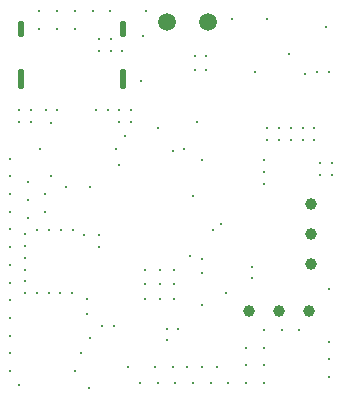
<source format=gbr>
%TF.GenerationSoftware,Altium Limited,Altium Designer,22.7.1 (60)*%
G04 Layer_Color=0*
%FSLAX45Y45*%
%MOMM*%
%TF.SameCoordinates,889419F2-2602-4259-AB3C-8922443444C0*%
%TF.FilePolarity,Positive*%
%TF.FileFunction,Plated,1,4,PTH,Drill*%
%TF.Part,Single*%
G01*
G75*
%TA.AperFunction,ComponentDrill*%
%ADD97O,0.55000X1.75000*%
%ADD98O,0.55000X1.45000*%
%ADD99C,1.00000*%
%ADD100C,1.00000*%
%ADD101C,1.50000*%
%TA.AperFunction,ViaDrill,NotFilled*%
%ADD102C,0.30000*%
D97*
X1059758Y3225047D02*
D03*
X194758D02*
D03*
D98*
Y3645047D02*
D03*
X1059758D02*
D03*
D99*
X2631258Y1260047D02*
D03*
X2377258D02*
D03*
X2123258D02*
D03*
D100*
X2652258Y2164047D02*
D03*
Y1910047D02*
D03*
Y1656047D02*
D03*
D101*
X1427258Y3710047D02*
D03*
X1777258D02*
D03*
D102*
X2800000Y1450000D02*
D03*
X1684746Y2858152D02*
D03*
X1074228Y2738144D02*
D03*
X1019875Y2491467D02*
D03*
X650000Y3650000D02*
D03*
X500000D02*
D03*
X350000D02*
D03*
X400000Y2250000D02*
D03*
Y2100000D02*
D03*
X250000Y2050000D02*
D03*
Y2200000D02*
D03*
Y2350000D02*
D03*
X2550000Y1100000D02*
D03*
X2400000D02*
D03*
X2250000D02*
D03*
X2100000Y950000D02*
D03*
X2250000D02*
D03*
Y800000D02*
D03*
X2100000D02*
D03*
X100000Y2550000D02*
D03*
Y2400000D02*
D03*
Y2250000D02*
D03*
Y2100000D02*
D03*
Y1950000D02*
D03*
Y1800000D02*
D03*
Y1650000D02*
D03*
Y1500000D02*
D03*
Y1350000D02*
D03*
Y1200000D02*
D03*
Y1050000D02*
D03*
X177502Y631797D02*
D03*
X100000Y750000D02*
D03*
Y900000D02*
D03*
X700000D02*
D03*
X650000Y750000D02*
D03*
X1200000Y650000D02*
D03*
X1350000D02*
D03*
X1500000D02*
D03*
X1650000D02*
D03*
X1800000D02*
D03*
X1950000D02*
D03*
X2100000D02*
D03*
X2250000D02*
D03*
X2800000Y700000D02*
D03*
Y850000D02*
D03*
Y1000000D02*
D03*
X1250000Y3800000D02*
D03*
X950000D02*
D03*
X800000D02*
D03*
X650000D02*
D03*
X500000D02*
D03*
X350000D02*
D03*
X725000Y1900000D02*
D03*
X850000D02*
D03*
Y1800000D02*
D03*
X770000Y610000D02*
D03*
X2827258Y2510047D02*
D03*
X450000Y2850000D02*
D03*
Y2400000D02*
D03*
X177258Y2860047D02*
D03*
Y2960047D02*
D03*
X1727258Y1310047D02*
D03*
X1602258Y785047D02*
D03*
X1727258D02*
D03*
X1888869Y1994439D02*
D03*
X1725000Y1700000D02*
D03*
X1727258Y1585047D02*
D03*
X877258Y1135047D02*
D03*
X777258Y1035047D02*
D03*
X1477258Y785047D02*
D03*
X2146858Y1635447D02*
D03*
X1927258Y1410047D02*
D03*
X1625000Y1727547D02*
D03*
X1815653Y1943528D02*
D03*
X1652258Y2235047D02*
D03*
X1727258Y2535047D02*
D03*
X1427258Y1110047D02*
D03*
X1527258D02*
D03*
X2252258Y2535047D02*
D03*
X2177258Y3285047D02*
D03*
X1577258Y2635047D02*
D03*
X977258Y1135047D02*
D03*
X1427258Y1010047D02*
D03*
X1852258Y785047D02*
D03*
X427258Y1410047D02*
D03*
X277258Y2960047D02*
D03*
X227258Y1910047D02*
D03*
Y1710047D02*
D03*
Y1810047D02*
D03*
X827258Y2960047D02*
D03*
X1127258D02*
D03*
X927258D02*
D03*
X502258D02*
D03*
X402258D02*
D03*
X1027658D02*
D03*
X527258Y1410047D02*
D03*
X627258D02*
D03*
X1367258Y1485047D02*
D03*
X1242258D02*
D03*
X1492258D02*
D03*
Y1360047D02*
D03*
X1367258D02*
D03*
X1242258D02*
D03*
Y1610047D02*
D03*
X1367258D02*
D03*
X1492258D02*
D03*
X227258Y1410047D02*
D03*
Y1510047D02*
D03*
Y1610047D02*
D03*
X327258Y1410047D02*
D03*
X1759758Y3420047D02*
D03*
Y3300048D02*
D03*
X1669758D02*
D03*
Y3420047D02*
D03*
X2702258Y3285047D02*
D03*
X2602258Y3262947D02*
D03*
X1212093Y3203863D02*
D03*
X2677258Y2810047D02*
D03*
X2727258Y2410047D02*
D03*
X2677258Y2710047D02*
D03*
X2252258Y2435047D02*
D03*
X2477258Y2710047D02*
D03*
X2577258Y2810047D02*
D03*
X2477258D02*
D03*
X2377258D02*
D03*
Y2710047D02*
D03*
X2577258D02*
D03*
X2727258Y2510047D02*
D03*
X2827258Y2410047D02*
D03*
X1227258Y3585047D02*
D03*
X952258Y3560047D02*
D03*
Y3460047D02*
D03*
X1052258D02*
D03*
X2802258Y3285047D02*
D03*
X2466557Y3435047D02*
D03*
X752258Y1360047D02*
D03*
X630028Y1944480D02*
D03*
X777258Y2310047D02*
D03*
X577258D02*
D03*
X430028Y1944480D02*
D03*
X330028D02*
D03*
X530028D02*
D03*
X354604Y2632701D02*
D03*
X1127258Y2860047D02*
D03*
X277258D02*
D03*
X1352258Y2810047D02*
D03*
X2277258Y2710047D02*
D03*
Y2810047D02*
D03*
X1477258Y2610047D02*
D03*
X1027258Y2860047D02*
D03*
X999911Y2632701D02*
D03*
X2252258Y2335047D02*
D03*
X2146858Y1535047D02*
D03*
X2777258Y3660047D02*
D03*
X1980449Y3735503D02*
D03*
X2277258Y3735047D02*
D03*
X852258Y3560047D02*
D03*
Y3460047D02*
D03*
X752258Y1235047D02*
D03*
X1327258Y785047D02*
D03*
X1102258D02*
D03*
%TF.MD5,4863f6f4bea391d5138c0d8e74f564be*%
M02*

</source>
